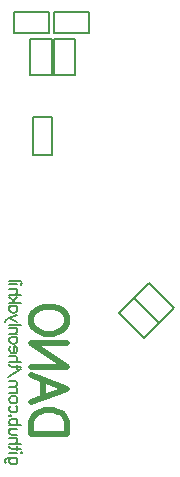
<source format=gbo>
G04*
G04 #@! TF.GenerationSoftware,Altium Limited,Altium Designer,20.0.13 (296)*
G04*
G04 Layer_Color=32896*
%FSLAX44Y44*%
%MOMM*%
G71*
G01*
G75*
%ADD12C,0.2000*%
%ADD40C,0.5000*%
D12*
X216272Y201000D02*
X233243Y184030D01*
X245971Y196757D01*
X224757Y217971D02*
X245971Y196757D01*
X212029Y205243D02*
X224757Y217971D01*
X212029Y205243D02*
X216272Y201000D01*
X203272Y188000D02*
X220243Y171029D01*
X232971Y183757D01*
X211757Y204971D02*
X232971Y183757D01*
X199029Y192243D02*
X211757Y204971D01*
X199029Y192243D02*
X203272Y188000D01*
X134000Y447000D02*
X140000D01*
Y429000D02*
Y447000D01*
X110000Y429000D02*
X140000D01*
X110000D02*
Y447000D01*
X134000D01*
X144000Y418000D02*
Y424000D01*
X162000D01*
Y394000D02*
Y424000D01*
X144000Y394000D02*
X162000D01*
X144000D02*
Y418000D01*
X144000Y429000D02*
X150000D01*
X144000D02*
Y447000D01*
X174000D01*
Y429000D02*
Y447000D01*
X150000Y429000D02*
X174000D01*
X142000Y326000D02*
Y358000D01*
X126000D02*
X142000D01*
X126000Y326000D02*
Y358000D01*
Y326000D02*
X142000D01*
X124000Y418000D02*
Y424000D01*
X142000D01*
Y394000D02*
Y424000D01*
X124000Y394000D02*
X142000D01*
X124000D02*
Y418000D01*
X112998Y69713D02*
X105380D01*
X103952Y69237D01*
X103476Y68761D01*
X103000Y67809D01*
Y66380D01*
X103476Y65428D01*
X111570Y69713D02*
X112522Y68761D01*
X112998Y67809D01*
Y66380D01*
X112522Y65428D01*
X111570Y64476D01*
X110141Y64000D01*
X109189D01*
X107761Y64476D01*
X106809Y65428D01*
X106333Y66380D01*
Y67809D01*
X106809Y68761D01*
X107761Y69713D01*
X116330Y73331D02*
X115854Y73807D01*
X116330Y74283D01*
X116807Y73807D01*
X116330Y73331D01*
X112998Y73807D02*
X106333D01*
X116330Y77473D02*
X108237D01*
X106809Y77949D01*
X106333Y78902D01*
Y79854D01*
X112998Y76045D02*
Y79378D01*
X116330Y81282D02*
X106333D01*
X111094D02*
X112522Y82710D01*
X112998Y83662D01*
Y85091D01*
X112522Y86043D01*
X111094Y86519D01*
X106333D01*
X112998Y89137D02*
X108237D01*
X106809Y89614D01*
X106333Y90566D01*
Y91994D01*
X106809Y92946D01*
X108237Y94374D01*
X112998D02*
X106333D01*
X116330Y96993D02*
X106333D01*
X111570D02*
X112522Y97945D01*
X112998Y98897D01*
Y100326D01*
X112522Y101278D01*
X111570Y102230D01*
X110141Y102706D01*
X109189D01*
X107761Y102230D01*
X106809Y101278D01*
X106333Y100326D01*
Y98897D01*
X106809Y97945D01*
X107761Y96993D01*
X107285Y105324D02*
X106809Y104848D01*
X106333Y105324D01*
X106809Y105801D01*
X107285Y105324D01*
X111570Y113704D02*
X112522Y112752D01*
X112998Y111799D01*
Y110371D01*
X112522Y109419D01*
X111570Y108467D01*
X110141Y107991D01*
X109189D01*
X107761Y108467D01*
X106809Y109419D01*
X106333Y110371D01*
Y111799D01*
X106809Y112752D01*
X107761Y113704D01*
X112998Y118226D02*
X112522Y117274D01*
X111570Y116322D01*
X110141Y115846D01*
X109189D01*
X107761Y116322D01*
X106809Y117274D01*
X106333Y118226D01*
Y119655D01*
X106809Y120607D01*
X107761Y121559D01*
X109189Y122035D01*
X110141D01*
X111570Y121559D01*
X112522Y120607D01*
X112998Y119655D01*
Y118226D01*
Y124225D02*
X106333D01*
X111094D02*
X112522Y125653D01*
X112998Y126606D01*
Y128034D01*
X112522Y128986D01*
X111094Y129462D01*
X106333D01*
X111094D02*
X112522Y130890D01*
X112998Y131843D01*
Y133271D01*
X112522Y134223D01*
X111094Y134699D01*
X106333D01*
X104904Y137841D02*
X116330Y144507D01*
Y146601D02*
X108237D01*
X106809Y147077D01*
X106333Y148030D01*
Y148982D01*
X112998Y145173D02*
Y148506D01*
X116330Y150410D02*
X106333D01*
X111094D02*
X112522Y151838D01*
X112998Y152790D01*
Y154219D01*
X112522Y155171D01*
X111094Y155647D01*
X106333D01*
X110141Y158265D02*
Y163979D01*
X111094D01*
X112046Y163503D01*
X112522Y163026D01*
X112998Y162074D01*
Y160646D01*
X112522Y159694D01*
X111570Y158742D01*
X110141Y158265D01*
X109189D01*
X107761Y158742D01*
X106809Y159694D01*
X106333Y160646D01*
Y162074D01*
X106809Y163026D01*
X107761Y163979D01*
X112998Y168501D02*
X112522Y167549D01*
X111570Y166597D01*
X110141Y166121D01*
X109189D01*
X107761Y166597D01*
X106809Y167549D01*
X106333Y168501D01*
Y169930D01*
X106809Y170882D01*
X107761Y171834D01*
X109189Y172310D01*
X110141D01*
X111570Y171834D01*
X112522Y170882D01*
X112998Y169930D01*
Y168501D01*
Y174500D02*
X106333D01*
X111094D02*
X112522Y175928D01*
X112998Y176880D01*
Y178309D01*
X112522Y179261D01*
X111094Y179737D01*
X106333D01*
X116330Y182356D02*
X106333D01*
X112998Y184926D02*
X106333Y187783D01*
X112998Y190639D02*
X106333Y187783D01*
X104428Y186831D01*
X103476Y185879D01*
X103000Y184926D01*
Y184450D01*
X112998Y198019D02*
X106333D01*
X111570D02*
X112522Y197067D01*
X112998Y196115D01*
Y194686D01*
X112522Y193734D01*
X111570Y192782D01*
X110141Y192306D01*
X109189D01*
X107761Y192782D01*
X106809Y193734D01*
X106333Y194686D01*
Y196115D01*
X106809Y197067D01*
X107761Y198019D01*
X116330Y200685D02*
X106333D01*
X112998Y205446D02*
X108237Y200685D01*
X110141Y202589D02*
X106333Y205922D01*
X116330Y207493D02*
X106333D01*
X111094D02*
X112522Y208921D01*
X112998Y209874D01*
Y211302D01*
X112522Y212254D01*
X111094Y212730D01*
X106333D01*
X116330Y216301D02*
X115854Y216777D01*
X116330Y217253D01*
X116807Y216777D01*
X116330Y216301D01*
X112998Y216777D02*
X106333D01*
X116330Y219014D02*
X106333D01*
D40*
X154993Y90000D02*
X125000D01*
X154993D02*
Y99998D01*
X153565Y104283D01*
X150709Y107139D01*
X147852Y108567D01*
X143567Y109996D01*
X136426D01*
X132141Y108567D01*
X129285Y107139D01*
X126428Y104283D01*
X125000Y99998D01*
Y90000D01*
Y139561D02*
X154993Y128135D01*
X125000Y116709D01*
X134998Y120993D02*
Y135276D01*
X154993Y146559D02*
X125000D01*
X154993D02*
X125000Y166555D01*
X154993D02*
X125000D01*
X154993Y183409D02*
X153565Y180552D01*
X150709Y177696D01*
X147852Y176267D01*
X143567Y174839D01*
X136426D01*
X132141Y176267D01*
X129285Y177696D01*
X126428Y180552D01*
X125000Y183409D01*
Y189122D01*
X126428Y191978D01*
X129285Y194835D01*
X132141Y196263D01*
X136426Y197691D01*
X143567D01*
X147852Y196263D01*
X150709Y194835D01*
X153565Y191978D01*
X154993Y189122D01*
Y183409D01*
M02*

</source>
